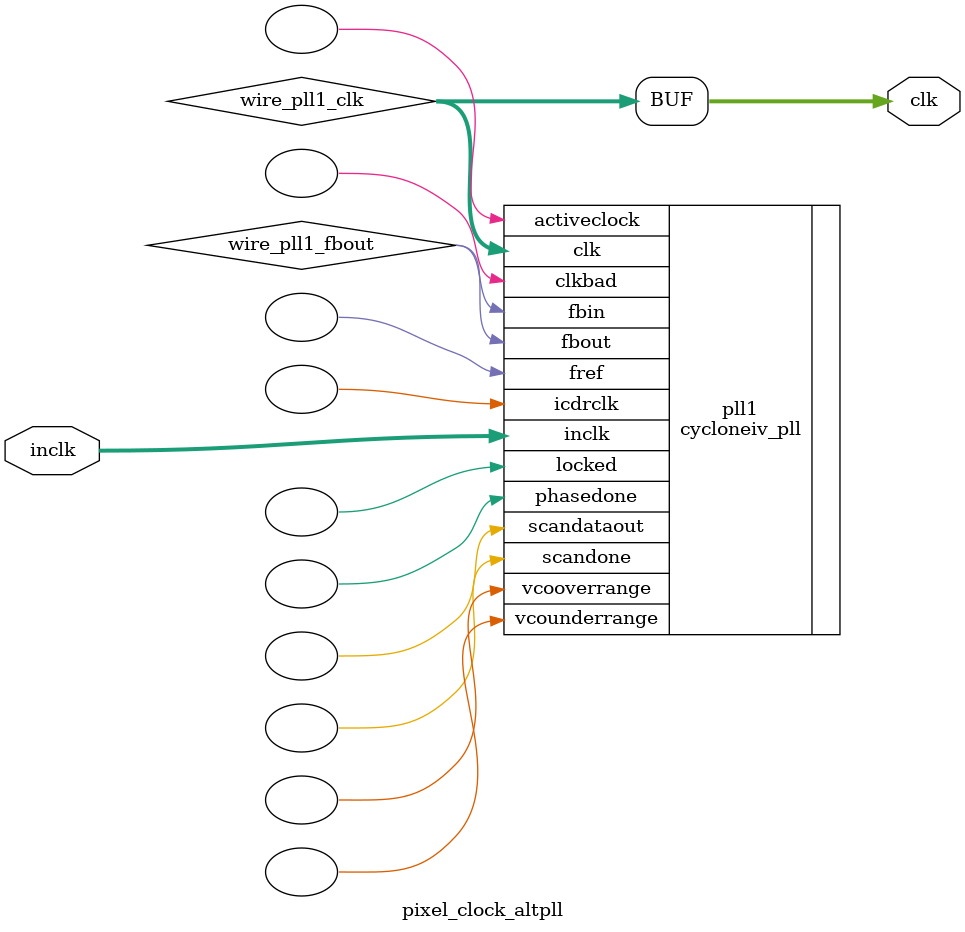
<source format=v>






//synthesis_resources = cycloneiv_pll 1 
//synopsys translate_off
`timescale 1 ps / 1 ps
//synopsys translate_on
module  pixel_clock_altpll
	( 
	clk,
	inclk) /* synthesis synthesis_clearbox=1 */;
	output   [4:0]  clk;
	input   [1:0]  inclk;
`ifndef ALTERA_RESERVED_QIS
// synopsys translate_off
`endif
	tri0   [1:0]  inclk;
`ifndef ALTERA_RESERVED_QIS
// synopsys translate_on
`endif

	wire  [4:0]   wire_pll1_clk;
	wire  wire_pll1_fbout;

	cycloneiv_pll   pll1
	( 
	.activeclock(),
	.clk(wire_pll1_clk),
	.clkbad(),
	.fbin(wire_pll1_fbout),
	.fbout(wire_pll1_fbout),
	.fref(),
	.icdrclk(),
	.inclk(inclk),
	.locked(),
	.phasedone(),
	.scandataout(),
	.scandone(),
	.vcooverrange(),
	.vcounderrange()
	`ifndef FORMAL_VERIFICATION
	// synopsys translate_off
	`endif
	,
	.areset(1'b0),
	.clkswitch(1'b0),
	.configupdate(1'b0),
	.pfdena(1'b1),
	.phasecounterselect({3{1'b0}}),
	.phasestep(1'b0),
	.phaseupdown(1'b0),
	.scanclk(1'b0),
	.scanclkena(1'b1),
	.scandata(1'b0)
	`ifndef FORMAL_VERIFICATION
	// synopsys translate_on
	`endif
	);
	defparam
		pll1.bandwidth_type = "auto",
		pll1.clk0_divide_by = 2,
		pll1.clk0_duty_cycle = 50,
		pll1.clk0_multiply_by = 1,
		pll1.clk0_phase_shift = "0",
		pll1.compensate_clock = "clk0",
		pll1.inclk0_input_frequency = 20000,
		pll1.operation_mode = "normal",
		pll1.pll_type = "auto",
		pll1.lpm_type = "cycloneiv_pll";
	assign
		clk = {wire_pll1_clk[4:0]};
endmodule //pixel_clock_altpll
//VALID FILE

</source>
